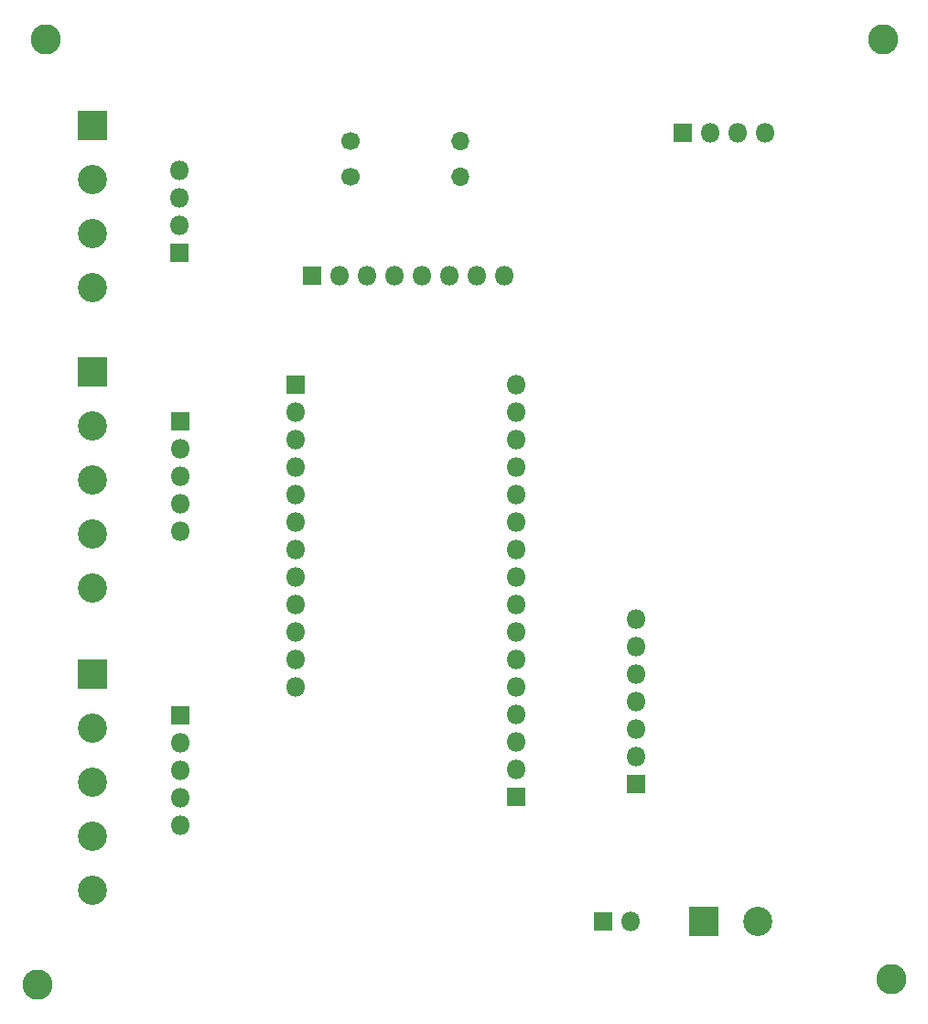
<source format=gbr>
%TF.GenerationSoftware,KiCad,Pcbnew,5.1.6-c6e7f7d~87~ubuntu18.04.1*%
%TF.CreationDate,2020-11-13T10:53:28-05:00*%
%TF.ProjectId,remote,72656d6f-7465-42e6-9b69-6361645f7063,rev?*%
%TF.SameCoordinates,Original*%
%TF.FileFunction,Soldermask,Top*%
%TF.FilePolarity,Negative*%
%FSLAX46Y46*%
G04 Gerber Fmt 4.6, Leading zero omitted, Abs format (unit mm)*
G04 Created by KiCad (PCBNEW 5.1.6-c6e7f7d~87~ubuntu18.04.1) date 2020-11-13 10:53:28*
%MOMM*%
%LPD*%
G01*
G04 APERTURE LIST*
%ADD10O,1.800000X1.800000*%
%ADD11R,1.800000X1.800000*%
%ADD12C,2.700000*%
%ADD13R,2.700000X2.700000*%
%ADD14C,2.800000*%
%ADD15C,1.700000*%
%ADD16O,1.700000X1.700000*%
G04 APERTURE END LIST*
D10*
%TO.C,J12*%
X90424000Y-135890000D03*
X90424000Y-133350000D03*
X90424000Y-130810000D03*
X90424000Y-128270000D03*
D11*
X90424000Y-125730000D03*
%TD*%
D12*
%TO.C,J3*%
X82296000Y-141920000D03*
X82296000Y-136920000D03*
X82296000Y-131920000D03*
X82296000Y-126920000D03*
D13*
X82296000Y-121920000D03*
%TD*%
D10*
%TO.C,J11*%
X120396000Y-85090000D03*
X117856000Y-85090000D03*
X115316000Y-85090000D03*
X112776000Y-85090000D03*
X110236000Y-85090000D03*
X107696000Y-85090000D03*
X105156000Y-85090000D03*
D11*
X102616000Y-85090000D03*
%TD*%
D10*
%TO.C,J9*%
X132588000Y-116840000D03*
X132588000Y-119380000D03*
X132588000Y-121920000D03*
X132588000Y-124460000D03*
X132588000Y-127000000D03*
X132588000Y-129540000D03*
D11*
X132588000Y-132080000D03*
%TD*%
D10*
%TO.C,J2*%
X90424000Y-108712000D03*
X90424000Y-106172000D03*
X90424000Y-103632000D03*
X90424000Y-101092000D03*
D11*
X90424000Y-98552000D03*
%TD*%
D12*
%TO.C,J1*%
X82296000Y-113980000D03*
X82296000Y-108980000D03*
X82296000Y-103980000D03*
X82296000Y-98980000D03*
D13*
X82296000Y-93980000D03*
%TD*%
D14*
%TO.C,H4*%
X156210000Y-150114000D03*
%TD*%
%TO.C,H3*%
X77216000Y-150622000D03*
%TD*%
%TO.C,H2*%
X155448000Y-63246000D03*
%TD*%
%TO.C,H1*%
X77978000Y-63246000D03*
%TD*%
D10*
%TO.C,J10*%
X90350000Y-75347000D03*
X90350000Y-77887000D03*
X90350000Y-80427000D03*
D11*
X90350000Y-82967000D03*
%TD*%
D15*
%TO.C,R3*%
X106172000Y-72644000D03*
D16*
X116332000Y-72644000D03*
%TD*%
D15*
%TO.C,R2*%
X106172000Y-75946000D03*
D16*
X116332000Y-75946000D03*
%TD*%
D12*
%TO.C,J8*%
X143869000Y-144780000D03*
D13*
X138869000Y-144780000D03*
%TD*%
D11*
%TO.C,J7*%
X121506000Y-133290000D03*
D10*
X121506000Y-130750000D03*
X121506000Y-128210000D03*
X121506000Y-125670000D03*
X121506000Y-123130000D03*
X121506000Y-120590000D03*
X121506000Y-118050000D03*
X121506000Y-115510000D03*
X121506000Y-112970000D03*
X121506000Y-110430000D03*
X121506000Y-107890000D03*
X121506000Y-105350000D03*
X121506000Y-102810000D03*
X121506000Y-100270000D03*
X121506000Y-97730000D03*
X121506000Y-95190000D03*
%TD*%
%TO.C,J6*%
X101106000Y-123130000D03*
X101106000Y-120590000D03*
X101106000Y-118050000D03*
X101106000Y-115510000D03*
X101106000Y-112970000D03*
X101106000Y-110430000D03*
X101106000Y-107890000D03*
X101106000Y-105350000D03*
X101106000Y-102810000D03*
X101106000Y-100270000D03*
X101106000Y-97730000D03*
D11*
X101106000Y-95190000D03*
%TD*%
D10*
%TO.C,J5*%
X132080000Y-144780000D03*
D11*
X129540000Y-144780000D03*
%TD*%
D12*
%TO.C,J4*%
X82321000Y-86209000D03*
X82321000Y-81209000D03*
X82321000Y-76209000D03*
D13*
X82321000Y-71209000D03*
%TD*%
D10*
%TO.C,display1*%
X144526000Y-71882000D03*
X141986000Y-71882000D03*
X139446000Y-71882000D03*
D11*
X136906000Y-71882000D03*
%TD*%
M02*

</source>
